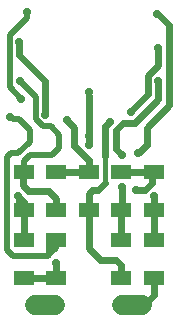
<source format=gbr>
%FSLAX34Y34*%
%MOMM*%
%LNCOPPER_BOTTOM*%
G71*
G01*
%ADD10C, 0.700*%
%ADD11C, 0.600*%
%ADD12C, 1.700*%
%ADD13R, 1.800X1.300*%
%ADD14C, 0.500*%
%ADD15C, 0.400*%
%LPD*%
X78000Y-121000D02*
G54D10*
D03*
X136000Y-55000D02*
G54D10*
D03*
X137000Y-84000D02*
G54D10*
D03*
X137000Y-112000D02*
G54D10*
D03*
X96000Y-146000D02*
G54D10*
D03*
X60000Y-145000D02*
G54D10*
D03*
X20000Y-112000D02*
G54D10*
D03*
X19000Y-79000D02*
G54D10*
D03*
X26000Y-53000D02*
G54D10*
D03*
G54D11*
X78000Y-124000D02*
X78000Y-158000D01*
G54D12*
X106500Y-301500D02*
X123500Y-301500D01*
G54D12*
X32500Y-301500D02*
X49500Y-301500D01*
X22900Y-188600D02*
G54D13*
D03*
X23000Y-221100D02*
G54D13*
D03*
X50400Y-188600D02*
G54D13*
D03*
X50500Y-221100D02*
G54D13*
D03*
X77900Y-188600D02*
G54D13*
D03*
X78000Y-221100D02*
G54D13*
D03*
X105400Y-188600D02*
G54D13*
D03*
X105500Y-221100D02*
G54D13*
D03*
X132900Y-188600D02*
G54D13*
D03*
X133000Y-221100D02*
G54D13*
D03*
X22900Y-246100D02*
G54D13*
D03*
X23000Y-278600D02*
G54D13*
D03*
X50400Y-246100D02*
G54D13*
D03*
X50500Y-278600D02*
G54D13*
D03*
X105400Y-246100D02*
G54D13*
D03*
X105500Y-278600D02*
G54D13*
D03*
X132900Y-246100D02*
G54D13*
D03*
X133000Y-278600D02*
G54D13*
D03*
G54D11*
X133000Y-293000D02*
X133000Y-278600D01*
G54D11*
X132900Y-246100D02*
X132900Y-221200D01*
X133000Y-221100D01*
G54D11*
X132900Y-188600D02*
X105400Y-188600D01*
G54D11*
X105500Y-221100D02*
X105500Y-246000D01*
X105400Y-246100D01*
G54D11*
X105500Y-278600D02*
X105500Y-267500D01*
X101000Y-263000D01*
X88000Y-263000D01*
X78000Y-253000D01*
X78000Y-221100D01*
G54D11*
X77900Y-188600D02*
X50400Y-188600D01*
G54D11*
X50500Y-221100D02*
X50500Y-211500D01*
X44000Y-205000D01*
X27000Y-205000D01*
X22000Y-200000D01*
X22000Y-189500D01*
X22900Y-188600D01*
G54D11*
X23000Y-221100D02*
X23000Y-246000D01*
X22900Y-246100D01*
G54D11*
X23000Y-278600D02*
X50500Y-278600D01*
G54D11*
X136000Y-55000D02*
X137000Y-55000D01*
X146000Y-64000D01*
X146000Y-132000D01*
X127000Y-151000D01*
X127000Y-166000D01*
X120000Y-173000D01*
X120000Y-173000D02*
G54D10*
D03*
X133000Y-209000D02*
G54D10*
D03*
G54D11*
X133000Y-209000D02*
X133000Y-221100D01*
G54D11*
X137000Y-84000D02*
X137000Y-98000D01*
X128000Y-107000D01*
X128000Y-123000D01*
X114000Y-137000D01*
G54D11*
X96000Y-146000D02*
X92000Y-150000D01*
X92000Y-175000D01*
X106000Y-201000D02*
G54D10*
D03*
G54D11*
X106000Y-221000D02*
X106000Y-201000D01*
X106000Y-174000D02*
G54D10*
D03*
X114000Y-138000D02*
G54D10*
D03*
X118000Y-204000D02*
G54D10*
D03*
G54D11*
X118000Y-204000D02*
X126000Y-204000D01*
X132000Y-198000D01*
X132000Y-189500D01*
X132900Y-188600D01*
G54D14*
X50400Y-246100D02*
X50400Y-252600D01*
X43000Y-260000D01*
X14000Y-260000D01*
X9000Y-255000D01*
X9000Y-176000D01*
X12000Y-173000D01*
G54D14*
X12000Y-173000D02*
X18000Y-173000D01*
X28000Y-163000D01*
X28000Y-153000D01*
X19000Y-144000D01*
X14000Y-144000D01*
X11000Y-142000D01*
G54D14*
X22900Y-188600D02*
X22900Y-179100D01*
X28000Y-174000D01*
X47000Y-174000D01*
X53000Y-168000D01*
X53000Y-157000D01*
X46000Y-150000D01*
X39000Y-150000D01*
X33000Y-144000D01*
X33000Y-125000D01*
X20000Y-112000D01*
X18500Y-209000D02*
G54D10*
D03*
G54D11*
X18000Y-209000D02*
X23000Y-214000D01*
X23000Y-221100D01*
X41000Y-140000D02*
G54D10*
D03*
X11000Y-142000D02*
G54D10*
D03*
G54D11*
X41000Y-140000D02*
X41000Y-112000D01*
X19000Y-90000D01*
X19000Y-79000D01*
G54D14*
X26000Y-53000D02*
X26000Y-58000D01*
X11000Y-73000D01*
X11000Y-117000D01*
X21000Y-127000D01*
X50000Y-266000D02*
G54D10*
D03*
G54D11*
X50000Y-266000D02*
X50000Y-278100D01*
X50500Y-278600D01*
X21000Y-127000D02*
G54D10*
D03*
X78000Y-158000D02*
G54D10*
D03*
X78000Y-166000D02*
G54D10*
D03*
G54D11*
X78000Y-158000D02*
X78000Y-166000D01*
G54D11*
X77900Y-188600D02*
X77900Y-178900D01*
X66000Y-167000D01*
X66000Y-151000D01*
X60000Y-145000D01*
G54D11*
X137000Y-112000D02*
X137000Y-127000D01*
X117000Y-147000D01*
X107000Y-147000D01*
X101000Y-153000D01*
X101000Y-169000D01*
X106000Y-174000D01*
G54D11*
X78000Y-221100D02*
X78000Y-207000D01*
X81000Y-204000D01*
X86000Y-204000D01*
X92000Y-198000D01*
G54D15*
X92000Y-198000D02*
X92000Y-175000D01*
G54D15*
X18000Y-209000D02*
X18000Y-215000D01*
X20000Y-217000D01*
G54D14*
X44000Y-250000D02*
X44000Y-259000D01*
X43000Y-260000D01*
G54D14*
X47000Y-249000D02*
X47000Y-253000D01*
G54D11*
X115000Y-301500D02*
X124500Y-301500D01*
X133000Y-293000D01*
M02*

</source>
